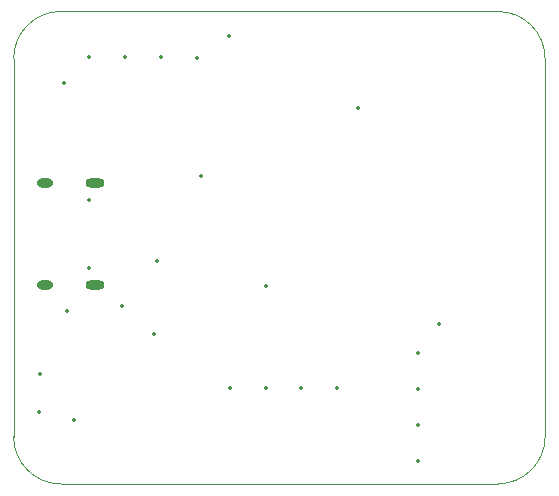
<source format=gko>
%TF.GenerationSoftware,KiCad,Pcbnew,8.0.5*%
%TF.CreationDate,2024-11-10T03:16:47-05:00*%
%TF.ProjectId,swarm-pcb,73776172-6d2d-4706-9362-2e6b69636164,rev?*%
%TF.SameCoordinates,Original*%
%TF.FileFunction,Profile,NP*%
%FSLAX46Y46*%
G04 Gerber Fmt 4.6, Leading zero omitted, Abs format (unit mm)*
G04 Created by KiCad (PCBNEW 8.0.5) date 2024-11-10 03:16:47*
%MOMM*%
%LPD*%
G01*
G04 APERTURE LIST*
%TA.AperFunction,Profile*%
%ADD10C,0.050000*%
%TD*%
%ADD11C,0.350000*%
%ADD12O,1.600025X0.800000*%
%ADD13O,1.599975X0.800000*%
%ADD14O,1.400000X0.800000*%
G04 APERTURE END LIST*
D10*
X70000000Y-147350000D02*
G75*
G02*
X66000000Y-143350000I0J4000000D01*
G01*
X111000000Y-143350000D02*
G75*
G02*
X107000000Y-147350000I-4000000J0D01*
G01*
X66000000Y-111350000D02*
G75*
G02*
X70000000Y-107350000I4000000J0D01*
G01*
X107000000Y-107350000D02*
G75*
G02*
X111000000Y-111350000I0J-4000000D01*
G01*
X66000000Y-143350000D02*
X66000000Y-111350000D01*
X107000000Y-147350000D02*
X70000000Y-147350000D01*
X111000000Y-111350000D02*
X111000000Y-143350000D01*
X70000000Y-107350000D02*
X107000000Y-107350000D01*
D11*
X75150000Y-132250000D03*
X75450000Y-111250000D03*
X72399999Y-111250000D03*
X100200000Y-136250000D03*
X81850000Y-121250000D03*
X102050000Y-133800000D03*
X100200000Y-139300000D03*
X78500000Y-111250000D03*
X68150000Y-141250000D03*
X87350000Y-130600000D03*
X68250000Y-138050000D03*
X70300000Y-113450000D03*
X72354121Y-123300076D03*
X72354121Y-129099924D03*
D12*
X72854248Y-121874879D03*
D13*
X72854248Y-130525121D03*
D14*
X68674416Y-130525121D03*
X68674416Y-121874879D03*
D11*
X90350000Y-139250000D03*
X81550000Y-111300000D03*
X84300000Y-139250000D03*
X71100000Y-141900000D03*
X100200000Y-145400000D03*
X87350000Y-139250000D03*
X93400000Y-139250000D03*
X77900000Y-134650000D03*
X78150000Y-128500000D03*
X100200000Y-142350001D03*
X95200000Y-115550000D03*
X70500000Y-132700000D03*
X84200000Y-109400000D03*
M02*

</source>
